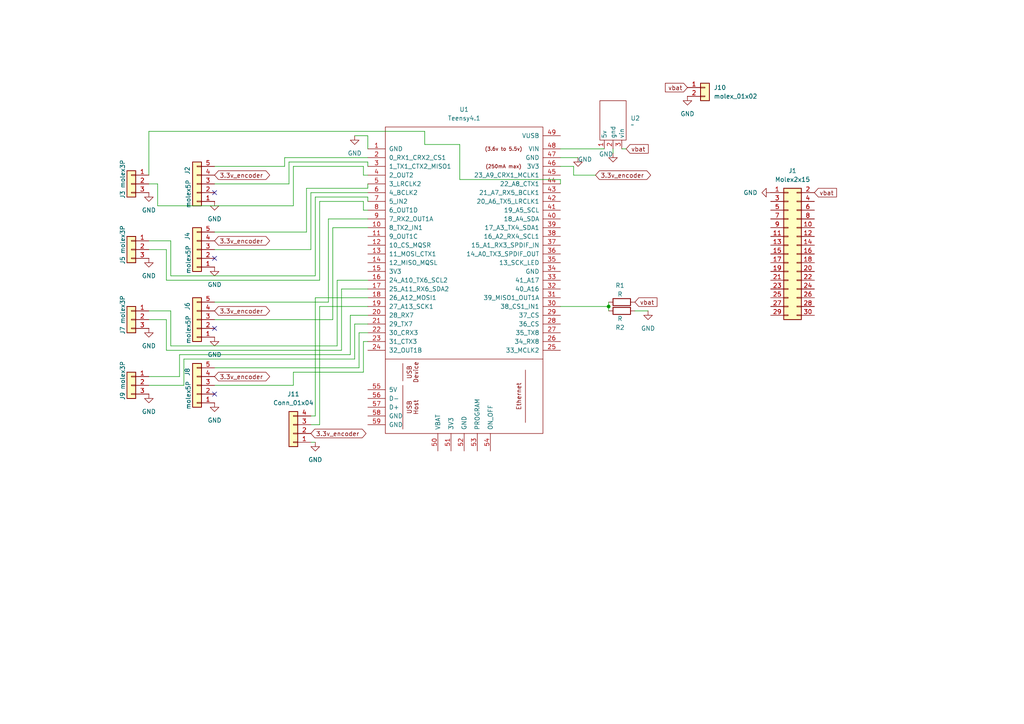
<source format=kicad_sch>
(kicad_sch (version 20231120) (generator "eeschema") (generator_version "8.0")
  (paper "A4")
  (lib_symbols
    (symbol "Connector_Generic:Conn_01x03" (pin_names (offset 1.016) hide)
      (property "Reference" "J" (at 0 5.08 0))
      (property "Value" "Conn_01x03" (at 0 -5.08 0))
      (symbol "Conn_01x03_1_1"
        (rectangle (start -1.27 -2.413) (end 0 -2.667) (stroke (width 0.1524)))
        (rectangle (start -1.27 0.127) (end 0 -0.127) (stroke (width 0.1524)))
        (rectangle (start -1.27 2.667) (end 0 2.413) (stroke (width 0.1524)))
        (rectangle (start -1.27 3.81) (end 1.27 -3.81) (stroke (width 0.254)) (fill (type background)))
        (pin passive line (at -5.08 2.54 0) (length 3.81) (name "Pin_1") (number "1"))
        (pin passive line (at -5.08 0 0) (length 3.81) (name "Pin_2") (number "2"))
        (pin passive line (at -5.08 -2.54 0) (length 3.81) (name "Pin_3") (number "3"))
      )
    )
    (symbol "Connector_Generic:Conn_01x04" (pin_names (offset 1.016) hide)
      (property "Reference" "J" (at 0 5.08 0))
      (property "Value" "Conn_01x04" (at 0 -7.62 0))
      (symbol "Conn_01x04_1_1"
        (rectangle (start -1.27 -4.953) (end 0 -5.207) (stroke (width 0.1524)))
        (rectangle (start -1.27 -2.413) (end 0 -2.667) (stroke (width 0.1524)))
        (rectangle (start -1.27 0.127) (end 0 -0.127) (stroke (width 0.1524)))
        (rectangle (start -1.27 2.667) (end 0 2.413) (stroke (width 0.1524)))
        (rectangle (start -1.27 3.81) (end 1.27 -6.35) (stroke (width 0.254)) (fill (type background)))
        (pin passive line (at -5.08 2.54 0) (length 3.81) (name "Pin_1") (number "1"))
        (pin passive line (at -5.08 0 0) (length 3.81) (name "Pin_2") (number "2"))
        (pin passive line (at -5.08 -2.54 0) (length 3.81) (name "Pin_3") (number "3"))
        (pin passive line (at -5.08 -5.08 0) (length 3.81) (name "Pin_4") (number "4"))
      )
    )
    (symbol "Connector_Generic:Conn_01x05" (pin_names (offset 1.016) hide)
      (property "Reference" "J" (at 0 7.62 0))
      (property "Value" "Conn_01x05" (at 0 -7.62 0))
      (symbol "Conn_01x05_1_1"
        (rectangle (start -1.27 -4.953) (end 0 -5.207) (stroke (width 0.1524)))
        (rectangle (start -1.27 -2.413) (end 0 -2.667) (stroke (width 0.1524)))
        (rectangle (start -1.27 0.127) (end 0 -0.127) (stroke (width 0.1524)))
        (rectangle (start -1.27 2.667) (end 0 2.413) (stroke (width 0.1524)))
        (rectangle (start -1.27 5.207) (end 0 4.953) (stroke (width 0.1524)))
        (rectangle (start -1.27 6.35) (end 1.27 -6.35) (stroke (width 0.254)) (fill (type background)))
        (pin passive line (at -5.08 5.08 0) (length 3.81) (name "Pin_1") (number "1"))
        (pin passive line (at -5.08 2.54 0) (length 3.81) (name "Pin_2") (number "2"))
        (pin passive line (at -5.08 0 0) (length 3.81) (name "Pin_3") (number "3"))
        (pin passive line (at -5.08 -2.54 0) (length 3.81) (name "Pin_4") (number "4"))
        (pin passive line (at -5.08 -5.08 0) (length 3.81) (name "Pin_5") (number "5"))
      )
    )
    (symbol "Device:R" (pin_numbers hide) (pin_names (offset 0))
      (property "Reference" "R" (at 2.032 0 90))
      (property "Value" "R" (at 0 0 90))
      (symbol "R_0_1"
        (rectangle (start -1.016 -2.54) (end 1.016 2.54) (stroke (width 0.254)))
      )
      (symbol "R_1_1"
        (pin passive line (at 0 3.81 270) (length 1.27) (name "~") (number "1"))
        (pin passive line (at 0 -3.81 90) (length 1.27) (name "~") (number "2"))
      )
    )
    (symbol "power:GND" (power) (pin_numbers hide) (pin_names (offset 0) hide)
      (property "Value" "GND" (at 0 -3.81 0))
      (symbol "GND_0_1"
        (polyline (pts (xy 0 0) (xy 0 -1.27) (xy 1.27 -1.27) (xy 0 -2.54) (xy -1.27 -1.27) (xy 0 -1.27)))
      )
      (symbol "GND_1_1"
        (pin power_in line (at 0 0 270) (length 0) (name "~") (number "1"))
      )
    )
    (symbol "projlib:Teensy4.1" (pin_names (offset 1.016))
      (property "Reference" "U" (at 0 64.77 0))
      (property "Value" "Teensy4.1" (at 0 62.23 0))
      (symbol "Teensy4.1_0_0"
        (polyline (pts (xy -22.86 -6.35) (xy 22.86 -6.35)))
        (polyline (pts (xy -17.78 -26.67) (xy -17.78 -13.97)))
        (polyline (pts (xy -17.78 -7.62) (xy -17.78 -12.7)))
        (polyline (pts (xy 17.78 -9.525) (xy 17.78 -24.765)))
        (text "(250mA max)" (at 11.43 49.53 0) (effects (font (size 1.016 1.016))))
        (text "(3.6v to 5.5v)" (at 11.43 54.61 0) (effects (font (size 1.016 1.016))))
        (text "Device" (at -13.97 -10.16 900) (effects (font (size 1.27 1.27))))
        (text "Ethernet" (at 15.875 -17.145 900) (effects (font (size 1.27 1.27))))
        (text "Host" (at -13.97 -20.32 900) (effects (font (size 1.27 1.27))))
        (text "USB" (at -15.875 -20.32 900) (effects (font (size 1.27 1.27))))
        (text "USB" (at -15.875 -10.16 900) (effects (font (size 1.27 1.27))))
        (pin bidirectional line (at -27.94 31.75 0) (length 5.08) (name "8_TX2_IN1") (number "10"))
        (pin bidirectional line (at -27.94 29.21 0) (length 5.08) (name "9_OUT1C") (number "11"))
        (pin bidirectional line (at -27.94 26.67 0) (length 5.08) (name "10_CS_MQSR") (number "12"))
        (pin bidirectional line (at -27.94 24.13 0) (length 5.08) (name "11_MOSI_CTX1") (number "13"))
        (pin bidirectional line (at -27.94 21.59 0) (length 5.08) (name "12_MISO_MQSL") (number "14"))
        (pin power_in line (at -27.94 19.05 0) (length 5.08) (name "3V3") (number "15"))
        (pin bidirectional line (at -27.94 16.51 0) (length 5.08) (name "24_A10_TX6_SCL2") (number "16"))
        (pin bidirectional line (at -27.94 13.97 0) (length 5.08) (name "25_A11_RX6_SDA2") (number "17"))
        (pin bidirectional line (at -27.94 11.43 0) (length 5.08) (name "26_A12_MOSI1") (number "18"))
        (pin bidirectional line (at -27.94 8.89 0) (length 5.08) (name "27_A13_SCK1") (number "19"))
        (pin bidirectional line (at -27.94 6.35 0) (length 5.08) (name "28_RX7") (number "20"))
        (pin bidirectional line (at -27.94 3.81 0) (length 5.08) (name "29_TX7") (number "21"))
        (pin bidirectional line (at -27.94 1.27 0) (length 5.08) (name "30_CRX3") (number "22"))
        (pin bidirectional line (at -27.94 -1.27 0) (length 5.08) (name "31_CTX3") (number "23"))
        (pin bidirectional line (at -27.94 -3.81 0) (length 5.08) (name "32_OUT1B") (number "24"))
        (pin bidirectional line (at 27.94 -3.81 180) (length 5.08) (name "33_MCLK2") (number "25"))
        (pin bidirectional line (at 27.94 -1.27 180) (length 5.08) (name "34_RX8") (number "26"))
        (pin bidirectional line (at 27.94 1.27 180) (length 5.08) (name "35_TX8") (number "27"))
        (pin bidirectional line (at 27.94 3.81 180) (length 5.08) (name "36_CS") (number "28"))
        (pin bidirectional line (at 27.94 6.35 180) (length 5.08) (name "37_CS") (number "29"))
        (pin bidirectional line (at 27.94 8.89 180) (length 5.08) (name "38_CS1_IN1") (number "30"))
        (pin bidirectional line (at 27.94 11.43 180) (length 5.08) (name "39_MISO1_OUT1A") (number "31"))
        (pin bidirectional line (at 27.94 13.97 180) (length 5.08) (name "40_A16") (number "32"))
        (pin bidirectional line (at 27.94 16.51 180) (length 5.08) (name "41_A17") (number "33"))
        (pin bidirectional line (at 27.94 21.59 180) (length 5.08) (name "13_SCK_LED") (number "35"))
        (pin bidirectional line (at 27.94 24.13 180) (length 5.08) (name "14_A0_TX3_SPDIF_OUT") (number "36"))
        (pin bidirectional line (at 27.94 26.67 180) (length 5.08) (name "15_A1_RX3_SPDIF_IN") (number "37"))
        (pin bidirectional line (at 27.94 29.21 180) (length 5.08) (name "16_A2_RX4_SCL1") (number "38"))
        (pin bidirectional line (at 27.94 31.75 180) (length 5.08) (name "17_A3_TX4_SDA1") (number "39"))
        (pin bidirectional line (at 27.94 34.29 180) (length 5.08) (name "18_A4_SDA") (number "40"))
        (pin bidirectional line (at 27.94 36.83 180) (length 5.08) (name "19_A5_SCL") (number "41"))
        (pin bidirectional line (at 27.94 39.37 180) (length 5.08) (name "20_A6_TX5_LRCLK1") (number "42"))
        (pin bidirectional line (at 27.94 41.91 180) (length 5.08) (name "21_A7_RX5_BCLK1") (number "43"))
        (pin bidirectional line (at 27.94 44.45 180) (length 5.08) (name "22_A8_CTX1") (number "44"))
        (pin bidirectional line (at 27.94 46.99 180) (length 5.08) (name "23_A9_CRX1_MCLK1") (number "45"))
        (pin output line (at 27.94 49.53 180) (length 5.08) (name "3V3") (number "46"))
        (pin output line (at 27.94 52.07 180) (length 5.08) (name "GND") (number "47"))
        (pin power_in line (at 27.94 54.61 180) (length 5.08) (name "VIN") (number "48"))
        (pin power_out line (at 27.94 58.42 180) (length 5.08) (name "VUSB") (number "49"))
        (pin bidirectional line (at -27.94 44.45 0) (length 5.08) (name "3_LRCLK2") (number "5"))
        (pin power_in line (at -7.62 -33.02 90) (length 5.08) (name "VBAT") (number "50"))
        (pin power_in line (at -3.81 -33.02 90) (length 5.08) (name "3V3") (number "51"))
        (pin input line (at 0 -33.02 90) (length 5.08) (name "GND") (number "52"))
        (pin input line (at 3.81 -33.02 90) (length 5.08) (name "PROGRAM") (number "53"))
        (pin input line (at 7.62 -33.02 90) (length 5.08) (name "ON_OFF") (number "54"))
        (pin power_out line (at -27.94 -15.24 0) (length 5.08) (name "5V") (number "55"))
        (pin bidirectional line (at -27.94 -17.78 0) (length 5.08) (name "D-") (number "56"))
        (pin bidirectional line (at -27.94 -20.32 0) (length 5.08) (name "D+") (number "57"))
        (pin power_in line (at -27.94 -22.86 0) (length 5.08) (name "GND") (number "58"))
        (pin power_in line (at -27.94 -25.4 0) (length 5.08) (name "GND") (number "59"))
        (pin bidirectional line (at -27.94 41.91 0) (length 5.08) (name "4_BCLK2") (number "6"))
        (pin bidirectional line (at -27.94 39.37 0) (length 5.08) (name "5_IN2") (number "7"))
        (pin bidirectional line (at -27.94 36.83 0) (length 5.08) (name "6_OUT1D") (number "8"))
        (pin bidirectional line (at -27.94 34.29 0) (length 5.08) (name "7_RX2_OUT1A") (number "9"))
      )
      (symbol "Teensy4.1_0_1"
        (rectangle (start -22.86 60.96) (end 22.86 -27.94))
        (rectangle (start -20.32 -1.27) (end -20.32 -1.27))
      )
      (symbol "Teensy4.1_1_1"
        (pin power_in line (at -27.94 54.61 0) (length 5.08) (name "GND") (number "1"))
        (pin bidirectional line (at -27.94 52.07 0) (length 5.08) (name "0_RX1_CRX2_CS1") (number "2"))
        (pin bidirectional line (at -27.94 49.53 0) (length 5.08) (name "1_TX1_CTX2_MISO1") (number "3"))
        (pin power_in line (at 27.94 19.05 180) (length 5.08) (name "GND") (number "34"))
        (pin bidirectional line (at -27.94 46.99 0) (length 5.08) (name "2_OUT2") (number "4"))
      )
    )
    (symbol "projlib:molex_01x02" (pin_names (offset 1.016) hide)
      (property "Reference" "J" (at 0 2.54 0))
      (property "Value" "molex_01x02" (at 0 -5.08 0))
      (symbol "molex_01x02_1_1"
        (rectangle (start -1.27 -2.413) (end 0 -2.667) (stroke (width 0.1524)))
        (rectangle (start -1.27 0.127) (end 0 -0.127) (stroke (width 0.1524)))
        (rectangle (start -1.27 1.27) (end 1.27 -3.81) (stroke (width 0.254)) (fill (type background)))
        (pin passive line (at -5.08 0 0) (length 3.81) (name "Pin_1") (number "1"))
        (pin passive line (at -5.08 -2.54 0) (length 3.81) (name "Pin_2") (number "2"))
      )
    )
    (symbol "projlib:molex_02x15_Odd_Even" (pin_names (offset 1.016) hide)
      (property "Reference" "J" (at 1.27 20.32 0))
      (property "Value" "Molex2x15" (at 1.27 -20.32 0))
      (symbol "molex_02x15_Odd_Even_1_1"
        (rectangle (start -1.27 -17.653) (end 0 -17.907) (stroke (width 0.1524)))
        (rectangle (start -1.27 -15.113) (end 0 -15.367) (stroke (width 0.1524)))
        (rectangle (start -1.27 -12.573) (end 0 -12.827) (stroke (width 0.1524)))
        (rectangle (start -1.27 -10.033) (end 0 -10.287) (stroke (width 0.1524)))
        (rectangle (start -1.27 -7.493) (end 0 -7.747) (stroke (width 0.1524)))
        (rectangle (start -1.27 -4.953) (end 0 -5.207) (stroke (width 0.1524)))
        (rectangle (start -1.27 -2.413) (end 0 -2.667) (stroke (width 0.1524)))
        (rectangle (start -1.27 0.127) (end 0 -0.127) (stroke (width 0.1524)))
        (rectangle (start -1.27 2.667) (end 0 2.413) (stroke (width 0.1524)))
        (rectangle (start -1.27 5.207) (end 0 4.953) (stroke (width 0.1524)))
        (rectangle (start -1.27 7.747) (end 0 7.493) (stroke (width 0.1524)))
        (rectangle (start -1.27 10.287) (end 0 10.033) (stroke (width 0.1524)))
        (rectangle (start -1.27 12.827) (end 0 12.573) (stroke (width 0.1524)))
        (rectangle (start -1.27 15.367) (end 0 15.113) (stroke (width 0.1524)))
        (rectangle (start -1.27 17.907) (end 0 17.653) (stroke (width 0.1524)))
        (rectangle (start -1.27 19.05) (end 3.81 -19.05) (stroke (width 0.254)) (fill (type background)))
        (rectangle (start 3.81 -17.653) (end 2.54 -17.907) (stroke (width 0.1524)))
        (rectangle (start 3.81 -15.113) (end 2.54 -15.367) (stroke (width 0.1524)))
        (rectangle (start 3.81 -12.573) (end 2.54 -12.827) (stroke (width 0.1524)))
        (rectangle (start 3.81 -10.033) (end 2.54 -10.287) (stroke (width 0.1524)))
        (rectangle (start 3.81 -7.493) (end 2.54 -7.747) (stroke (width 0.1524)))
        (rectangle (start 3.81 -4.953) (end 2.54 -5.207) (stroke (width 0.1524)))
        (rectangle (start 3.81 -2.413) (end 2.54 -2.667) (stroke (width 0.1524)))
        (rectangle (start 3.81 0.127) (end 2.54 -0.127) (stroke (width 0.1524)))
        (rectangle (start 3.81 2.667) (end 2.54 2.413) (stroke (width 0.1524)))
        (rectangle (start 3.81 5.207) (end 2.54 4.953) (stroke (width 0.1524)))
        (rectangle (start 3.81 7.747) (end 2.54 7.493) (stroke (width 0.1524)))
        (rectangle (start 3.81 10.287) (end 2.54 10.033) (stroke (width 0.1524)))
        (rectangle (start 3.81 12.827) (end 2.54 12.573) (stroke (width 0.1524)))
        (rectangle (start 3.81 15.367) (end 2.54 15.113) (stroke (width 0.1524)))
        (rectangle (start 3.81 17.907) (end 2.54 17.653) (stroke (width 0.1524)))
        (pin passive line (at -5.08 17.78 0) (length 3.81) (name "Pin_1") (number "1"))
        (pin passive line (at 7.62 7.62 180) (length 3.81) (name "Pin_10") (number "10"))
        (pin passive line (at -5.08 5.08 0) (length 3.81) (name "Pin_11") (number "11"))
        (pin passive line (at 7.62 5.08 180) (length 3.81) (name "Pin_12") (number "12"))
        (pin passive line (at -5.08 2.54 0) (length 3.81) (name "Pin_13") (number "13"))
        (pin passive line (at 7.62 2.54 180) (length 3.81) (name "Pin_14") (number "14"))
        (pin passive line (at -5.08 0 0) (length 3.81) (name "Pin_15") (number "15"))
        (pin passive line (at 7.62 0 180) (length 3.81) (name "Pin_16") (number "16"))
        (pin passive line (at -5.08 -2.54 0) (length 3.81) (name "Pin_17") (number "17"))
        (pin passive line (at 7.62 -2.54 180) (length 3.81) (name "Pin_18") (number "18"))
        (pin passive line (at -5.08 -5.08 0) (length 3.81) (name "Pin_19") (number "19"))
        (pin passive line (at 7.62 17.78 180) (length 3.81) (name "Pin_2") (number "2"))
        (pin passive line (at 7.62 -5.08 180) (length 3.81) (name "Pin_20") (number "20"))
        (pin passive line (at -5.08 -7.62 0) (length 3.81) (name "Pin_21") (number "21"))
        (pin passive line (at 7.62 -7.62 180) (length 3.81) (name "Pin_22") (number "22"))
        (pin passive line (at -5.08 -10.16 0) (length 3.81) (name "Pin_23") (number "23"))
        (pin passive line (at 7.62 -10.16 180) (length 3.81) (name "Pin_24") (number "24"))
        (pin passive line (at -5.08 -12.7 0) (length 3.81) (name "Pin_25") (number "25"))
        (pin passive line (at 7.62 -12.7 180) (length 3.81) (name "Pin_26") (number "26"))
        (pin passive line (at -5.08 -15.24 0) (length 3.81) (name "Pin_27") (number "27"))
        (pin passive line (at 7.62 -15.24 180) (length 3.81) (name "Pin_28") (number "28"))
        (pin passive line (at -5.08 -17.78 0) (length 3.81) (name "Pin_29") (number "29"))
        (pin passive line (at -5.08 15.24 0) (length 3.81) (name "Pin_3") (number "3"))
        (pin passive line (at 7.62 -17.78 180) (length 3.81) (name "Pin_30") (number "30"))
        (pin passive line (at 7.62 15.24 180) (length 3.81) (name "Pin_4") (number "4"))
        (pin passive line (at -5.08 12.7 0) (length 3.81) (name "Pin_5") (number "5"))
        (pin passive line (at 7.62 12.7 180) (length 3.81) (name "Pin_6") (number "6"))
        (pin passive line (at -5.08 10.16 0) (length 3.81) (name "Pin_7") (number "7"))
        (pin passive line (at 7.62 10.16 180) (length 3.81) (name "Pin_8") (number "8"))
        (pin passive line (at -5.08 7.62 0) (length 3.81) (name "Pin_9") (number "9"))
      )
    )
    (symbol "projlib:pololu4085 5v"
      (property "Reference" "U" (at 0 0 0))
      (symbol "pololu4085 5v_0_1"
        (rectangle (start -3.81 5.08) (end 3.81 -6.35))
      )
      (symbol "pololu4085 5v_1_1"
        (pin input line (at -2.54 -8.89 90) (length 2.54) (name "5v") (number "1"))
        (pin input line (at 0 -8.89 90) (length 2.54) (name "gnd") (number "2"))
        (pin input line (at 2.54 -8.89 90) (length 2.54) (name "vin") (number "3"))
      )
    )
  )
  (junction (at 176.53 88.9))
  (no_connect (at 62.23 55.88))
  (no_connect (at 62.23 74.93))
  (no_connect (at 62.23 114.3))
  (no_connect (at 62.23 95.25))
  (wire (pts (xy 181.61 43.18) (xy 180.34 43.18)))
  (wire (pts (xy 91.44 128.27) (xy 90.17 128.27)))
  (wire (pts (xy 106.68 63.5) (xy 95.25 63.5)))
  (wire (pts (xy 43.18 92.71) (xy 48.26 92.71)))
  (wire (pts (xy 97.79 81.28) (xy 97.79 100.33)))
  (wire (pts (xy 52.07 102.87) (xy 52.07 109.22)))
  (wire (pts (xy 88.9 67.31) (xy 62.23 67.31)))
  (wire (pts (xy 166.37 50.8) (xy 172.72 50.8)))
  (wire (pts (xy 90.17 123.19) (xy 92.71 123.19)))
  (wire (pts (xy 162.56 43.18) (xy 175.26 43.18)))
  (wire (pts (xy 85.09 59.69) (xy 45.72 59.69)))
  (wire (pts (xy 48.26 81.28) (xy 92.71 81.28)))
  (wire (pts (xy 85.09 59.69) (xy 85.09 48.26)))
  (wire (pts (xy 106.68 55.88) (xy 90.17 55.88)))
  (wire (pts (xy 95.25 63.5) (xy 95.25 87.63)))
  (wire (pts (xy 91.44 57.15) (xy 106.68 57.15)))
  (wire (pts (xy 162.56 53.34) (xy 162.56 52.07)))
  (wire (pts (xy 85.09 48.26) (xy 105.41 48.26)))
  (wire (pts (xy 49.53 80.01) (xy 49.53 69.85)))
  (wire (pts (xy 105.41 107.95) (xy 85.09 107.95)))
  (wire (pts (xy 106.68 91.44) (xy 101.6 91.44)))
  (wire (pts (xy 105.41 48.26) (xy 105.41 50.8)))
  (wire (pts (xy 106.68 54.61) (xy 88.9 54.61)))
  (wire (pts (xy 43.18 38.1) (xy 43.18 50.8)))
  (wire (pts (xy 177.8 44.45) (xy 177.8 43.18)))
  (wire (pts (xy 62.23 106.68) (xy 104.14 106.68)))
  (wire (pts (xy 102.87 104.14) (xy 102.87 93.98)))
  (wire (pts (xy 99.06 101.6) (xy 99.06 83.82)))
  (wire (pts (xy 90.17 72.39) (xy 62.23 72.39)))
  (wire (pts (xy 52.07 109.22) (xy 43.18 109.22)))
  (wire (pts (xy 104.14 96.52) (xy 106.68 96.52)))
  (wire (pts (xy 104.14 106.68) (xy 104.14 96.52)))
  (wire (pts (xy 105.41 60.96) (xy 106.68 60.96)))
  (wire (pts (xy 85.09 111.76) (xy 62.23 111.76)))
  (wire (pts (xy 176.53 87.63) (xy 176.53 88.9)))
  (wire (pts (xy 106.68 86.36) (xy 91.44 86.36)))
  (wire (pts (xy 106.68 57.15) (xy 106.68 58.42)))
  (wire (pts (xy 133.35 41.91) (xy 123.19 41.91)))
  (wire (pts (xy 123.19 41.91) (xy 123.19 38.1)))
  (wire (pts (xy 45.72 53.34) (xy 43.18 53.34)))
  (wire (pts (xy 53.34 111.76) (xy 53.34 104.14)))
  (wire (pts (xy 48.26 92.71) (xy 48.26 101.6)))
  (wire (pts (xy 91.44 57.15) (xy 91.44 80.01)))
  (wire (pts (xy 91.44 80.01) (xy 49.53 80.01)))
  (wire (pts (xy 162.56 48.26) (xy 166.37 48.26)))
  (wire (pts (xy 43.18 72.39) (xy 48.26 72.39)))
  (wire (pts (xy 49.53 90.17) (xy 43.18 90.17)))
  (wire (pts (xy 105.41 99.06) (xy 105.41 107.95)))
  (wire (pts (xy 49.53 100.33) (xy 49.53 90.17)))
  (wire (pts (xy 49.53 69.85) (xy 43.18 69.85)))
  (wire (pts (xy 88.9 54.61) (xy 88.9 67.31)))
  (wire (pts (xy 91.44 86.36) (xy 91.44 120.65)))
  (wire (pts (xy 92.71 58.42) (xy 105.41 58.42)))
  (wire (pts (xy 101.6 102.87) (xy 52.07 102.87)))
  (wire (pts (xy 95.25 87.63) (xy 62.23 87.63)))
  (wire (pts (xy 102.87 93.98) (xy 106.68 93.98)))
  (wire (pts (xy 106.68 46.99) (xy 106.68 48.26)))
  (wire (pts (xy 82.55 45.72) (xy 82.55 48.26)))
  (wire (pts (xy 83.82 46.99) (xy 106.68 46.99)))
  (wire (pts (xy 85.09 107.95) (xy 85.09 111.76)))
  (wire (pts (xy 53.34 104.14) (xy 102.87 104.14)))
  (wire (pts (xy 96.52 66.04) (xy 106.68 66.04)))
  (wire (pts (xy 45.72 59.69) (xy 45.72 53.34)))
  (wire (pts (xy 106.68 88.9) (xy 92.71 88.9)))
  (wire (pts (xy 166.37 48.26) (xy 166.37 50.8)))
  (wire (pts (xy 99.06 83.82) (xy 106.68 83.82)))
  (wire (pts (xy 62.23 92.71) (xy 96.52 92.71)))
  (wire (pts (xy 106.68 99.06) (xy 105.41 99.06)))
  (wire (pts (xy 106.68 39.37) (xy 102.87 39.37)))
  (wire (pts (xy 106.68 45.72) (xy 82.55 45.72)))
  (wire (pts (xy 91.44 120.65) (xy 90.17 120.65)))
  (wire (pts (xy 123.19 38.1) (xy 43.18 38.1)))
  (wire (pts (xy 106.68 54.61) (xy 106.68 53.34)))
  (wire (pts (xy 176.53 88.9) (xy 176.53 90.17)))
  (wire (pts (xy 48.26 101.6) (xy 99.06 101.6)))
  (wire (pts (xy 105.41 50.8) (xy 106.68 50.8)))
  (wire (pts (xy 97.79 100.33) (xy 49.53 100.33)))
  (wire (pts (xy 90.17 55.88) (xy 90.17 72.39)))
  (wire (pts (xy 97.79 81.28) (xy 106.68 81.28)))
  (wire (pts (xy 92.71 81.28) (xy 92.71 58.42)))
  (wire (pts (xy 96.52 92.71) (xy 96.52 66.04)))
  (wire (pts (xy 105.41 58.42) (xy 105.41 60.96)))
  (wire (pts (xy 83.82 53.34) (xy 83.82 46.99)))
  (wire (pts (xy 106.68 43.18) (xy 106.68 39.37)))
  (wire (pts (xy 43.18 111.76) (xy 53.34 111.76)))
  (wire (pts (xy 133.35 52.07) (xy 133.35 41.91)))
  (wire (pts (xy 82.55 48.26) (xy 62.23 48.26)))
  (wire (pts (xy 162.56 88.9) (xy 176.53 88.9)))
  (wire (pts (xy 48.26 72.39) (xy 48.26 81.28)))
  (wire (pts (xy 92.71 88.9) (xy 92.71 123.19)))
  (wire (pts (xy 162.56 52.07) (xy 133.35 52.07)))
  (wire (pts (xy 101.6 91.44) (xy 101.6 102.87)))
  (wire (pts (xy 162.56 45.72) (xy 167.64 45.72)))
  (wire (pts (xy 62.23 53.34) (xy 83.82 53.34)))
  (wire (pts (xy 187.96 90.17) (xy 184.15 90.17)))
  (global_label "3.3v_encoder" (shape bidirectional) (at 62.23 90.17 0) (property "Intersheetrefs" "${INTERSHEET_REFS}" (effects (hide yes))))
  (global_label "3.3v_encoder" (shape bidirectional) (at 172.72 50.8 0) (property "Intersheetrefs" "${INTERSHEET_REFS}" (effects (hide yes))))
  (global_label "vbat" (shape input) (at 184.15 87.63 0) (property "Intersheetrefs" "${INTERSHEET_REFS}" (effects (hide yes))))
  (global_label "vbat" (shape input) (at 236.22 55.88 0) (property "Intersheetrefs" "${INTERSHEET_REFS}" (effects (hide yes))))
  (global_label "3.3v_encoder" (shape bidirectional) (at 62.23 50.8 0) (property "Intersheetrefs" "${INTERSHEET_REFS}" (effects (hide yes))))
  (global_label "3.3v_encoder" (shape bidirectional) (at 62.23 109.22 0) (property "Intersheetrefs" "${INTERSHEET_REFS}" (effects (hide yes))))
  (global_label "vbat" (shape input) (at 181.61 43.18 0) (property "Intersheetrefs" "${INTERSHEET_REFS}" (effects (hide yes))))
  (global_label "vbat" (shape input) (at 199.39 25.4 180) (property "Intersheetrefs" "${INTERSHEET_REFS}" (effects (hide yes))))
  (global_label "3.3v_encoder" (shape bidirectional) (at 90.17 125.73 0) (property "Intersheetrefs" "${INTERSHEET_REFS}" (effects (hide yes))))
  (global_label "3.3v_encoder" (shape bidirectional) (at 62.23 69.85 0) (property "Intersheetrefs" "${INTERSHEET_REFS}" (effects (hide yes))))
  (symbol (lib_id "power:GND") (at 43.18 55.88 0) (unit 1)
    (property "Reference" "#PWR05" (effects (hide yes)))
    (property "Value" "GND" (at 43.18 60.96 0))
    (property "Description" "Power symbol creates a global label with name \"GND\" , ground" (effects (hide yes)))
  )
  (symbol (lib_id "projlib:Teensy4.1") (at 134.62 97.79 0) (unit 1)
    (property "Reference" "U1" (at 134.62 31.75 0))
    (property "Value" "Teensy4.1" (at 134.62 34.29 0))
    (property "Footprint" "projlib:Teensy41" (effects (hide yes)))
    (property "Datasheet" "https://www.pjrc.com/store/teensy41.html" (effects (hide yes)))
  )
  (symbol (lib_id "power:GND") (at 62.23 77.47 0) (unit 1)
    (property "Reference" "#PWR01" (effects (hide yes)))
    (property "Value" "GND" (at 62.23 82.55 0))
    (property "Description" "Power symbol creates a global label with name \"GND\" , ground" (effects (hide yes)))
  )
  (symbol (lib_id "power:GND") (at 177.8 44.45 0) (unit 1)
    (property "Reference" "#PWR014" (effects (hide yes)))
    (property "Value" "GND" (at 175.768 44.704 0))
    (property "Description" "Power symbol creates a global label with name \"GND\" , ground" (effects (hide yes)))
  )
  (symbol (lib_id "Connector_Generic:Conn_01x05") (at 57.15 53.34 180) (unit 1)
    (property "Reference" "J2" (at 54.356 48.26 90) (effects (justify left)))
    (property "Value" "molex5P" (at 54.61 52.0701 90) (effects (justify left)))
    (property "Footprint" "projlib:Molex_SL_171971-0005_1x05_P2.54mm_Vertical" (effects (hide yes)))
    (property "Description" "Generic connector, single row, 01x05, script generated (kicad-library-utils/schlib/autogen/connector/)" (effects (hide yes)))
  )
  (symbol (lib_id "projlib:molex_01x02") (at 204.47 25.4 0) (unit 1)
    (property "Reference" "J10" (at 207.01 25.3999 0) (effects (justify left)))
    (property "Value" "molex_01x02" (at 207.01 27.9399 0) (effects (justify left)))
    (property "Footprint" "projlib:Molex_SL_171971-0002_1x02_P2.54mm_Vertical" (effects (hide yes)))
    (property "Description" "Generic connector, single row, 01x02, script generated (kicad-library-utils/schlib/autogen/connector/)" (effects (hide yes)))
  )
  (symbol (lib_id "Connector_Generic:Conn_01x05") (at 57.15 72.39 180) (unit 1)
    (property "Reference" "J4" (at 54.356 67.31 90) (effects (justify left)))
    (property "Value" "molex5P" (at 54.61 71.1201 90) (effects (justify left)))
    (property "Footprint" "projlib:Molex_SL_171971-0005_1x05_P2.54mm_Vertical" (effects (hide yes)))
    (property "Description" "Generic connector, single row, 01x05, script generated (kicad-library-utils/schlib/autogen/connector/)" (effects (hide yes)))
  )
  (symbol (lib_id "Connector_Generic:Conn_01x04") (at 85.09 125.73 180) (unit 1)
    (property "Reference" "J11" (at 85.09 114.3 0))
    (property "Value" "Conn_01x04" (at 85.09 116.84 0))
    (property "Footprint" "projlib:Molex_SL_171971-0004_1x04_P2.54mm_Vertical" (effects (hide yes)))
    (property "Description" "Generic connector, single row, 01x04, script generated (kicad-library-utils/schlib/autogen/connector/)" (effects (hide yes)))
  )
  (symbol (lib_id "projlib:pololu4085 5v") (at 177.8 34.29 0) (unit 1)
    (property "Reference" "U2" (at 182.88 34.2899 0) (effects (justify left)))
    (property "Value" "~" (at 182.88 36.195 0) (effects (justify left)))
    (property "Footprint" "projlib:pololu4085" (effects (hide yes)))
  )
  (symbol (lib_id "Connector_Generic:Conn_01x05") (at 57.15 92.71 180) (unit 1)
    (property "Reference" "J6" (at 54.356 87.63 90) (effects (justify left)))
    (property "Value" "molex5P" (at 54.61 91.4401 90) (effects (justify left)))
    (property "Footprint" "projlib:Molex_SL_171971-0005_1x05_P2.54mm_Vertical" (effects (hide yes)))
    (property "Description" "Generic connector, single row, 01x05, script generated (kicad-library-utils/schlib/autogen/connector/)" (effects (hide yes)))
  )
  (symbol (lib_id "Device:R") (at 180.34 87.63 270) (mirror x) (unit 1)
    (property "Reference" "R1" (at 179.832 82.804 90))
    (property "Value" "R" (at 179.832 85.344 90))
    (property "Footprint" "Resistor_THT:R_Axial_DIN0204_L3.6mm_D1.6mm_P5.08mm_Horizontal" (effects (hide yes)))
    (property "Description" "Resistor" (effects (hide yes)))
  )
  (symbol (lib_id "power:GND") (at 167.64 45.72 0) (unit 1)
    (property "Reference" "#PWR010" (effects (hide yes)))
    (property "Value" "GND" (at 169.672 46.228 0))
    (property "Description" "Power symbol creates a global label with name \"GND\" , ground" (effects (hide yes)))
  )
  (symbol (lib_id "power:GND") (at 199.39 27.94 0) (unit 1)
    (property "Reference" "#PWR011" (effects (hide yes)))
    (property "Value" "GND" (at 199.39 33.02 0))
    (property "Description" "Power symbol creates a global label with name \"GND\" , ground" (effects (hide yes)))
  )
  (symbol (lib_id "Device:R") (at 180.34 90.17 270) (unit 1)
    (property "Reference" "R2" (at 179.832 94.996 90))
    (property "Value" "R" (at 179.832 92.456 90))
    (property "Footprint" "Resistor_THT:R_Axial_DIN0204_L3.6mm_D1.6mm_P5.08mm_Horizontal" (effects (hide yes)))
    (property "Description" "Resistor" (effects (hide yes)))
  )
  (symbol (lib_id "power:GND") (at 223.52 55.88 270) (mirror x) (unit 1)
    (property "Reference" "#PWR013" (effects (hide yes)))
    (property "Value" "GND" (at 219.71 55.8799 90) (effects (justify right)))
    (property "Description" "Power symbol creates a global label with name \"GND\" , ground" (effects (hide yes)))
  )
  (symbol (lib_id "power:GND") (at 43.18 74.93 0) (unit 1)
    (property "Reference" "#PWR06" (effects (hide yes)))
    (property "Value" "GND" (at 43.18 80.01 0))
    (property "Description" "Power symbol creates a global label with name \"GND\" , ground" (effects (hide yes)))
  )
  (symbol (lib_id "power:GND") (at 43.18 114.3 0) (unit 1)
    (property "Reference" "#PWR08" (effects (hide yes)))
    (property "Value" "GND" (at 43.18 119.38 0))
    (property "Description" "Power symbol creates a global label with name \"GND\" , ground" (effects (hide yes)))
  )
  (symbol (lib_id "power:GND") (at 62.23 97.79 0) (unit 1)
    (property "Reference" "#PWR02" (effects (hide yes)))
    (property "Value" "GND" (at 62.23 102.87 0))
    (property "Description" "Power symbol creates a global label with name \"GND\" , ground" (effects (hide yes)))
  )
  (symbol (lib_id "Connector_Generic:Conn_01x03") (at 38.1 92.71 0) (mirror y) (unit 1)
    (property "Reference" "J7" (at 35.56 97.028 90) (effects (justify left)))
    (property "Value" "molex3P" (at 35.56 93.9799 90) (effects (justify left)))
    (property "Footprint" "projlib:Molex_SL_171971-0003_1x03_P2.54mm_Vertical" (effects (hide yes)))
    (property "Description" "Generic connector, single row, 01x03, script generated (kicad-library-utils/schlib/autogen/connector/)" (effects (hide yes)))
  )
  (symbol (lib_id "Connector_Generic:Conn_01x03") (at 38.1 53.34 0) (mirror y) (unit 1)
    (property "Reference" "J3" (at 35.56 57.658 90) (effects (justify left)))
    (property "Value" "molex3P" (at 35.56 54.6099 90) (effects (justify left)))
    (property "Footprint" "projlib:Molex_SL_171971-0003_1x03_P2.54mm_Vertical" (effects (hide yes)))
    (property "Description" "Generic connector, single row, 01x03, script generated (kicad-library-utils/schlib/autogen/connector/)" (effects (hide yes)))
  )
  (symbol (lib_id "power:GND") (at 102.87 39.37 0) (unit 1)
    (property "Reference" "#PWR09" (effects (hide yes)))
    (property "Value" "GND" (at 102.87 44.45 0))
    (property "Description" "Power symbol creates a global label with name \"GND\" , ground" (effects (hide yes)))
  )
  (symbol (lib_id "power:GND") (at 91.44 128.27 0) (unit 1)
    (property "Reference" "#PWR015" (effects (hide yes)))
    (property "Value" "GND" (at 91.44 133.35 0))
    (property "Description" "Power symbol creates a global label with name \"GND\" , ground" (effects (hide yes)))
  )
  (symbol (lib_id "power:GND") (at 187.96 90.17 0) (mirror y) (unit 1)
    (property "Reference" "#PWR012" (effects (hide yes)))
    (property "Value" "GND" (at 187.96 95.25 0))
    (property "Description" "Power symbol creates a global label with name \"GND\" , ground" (effects (hide yes)))
  )
  (symbol (lib_id "Connector_Generic:Conn_01x03") (at 38.1 72.39 0) (mirror y) (unit 1)
    (property "Reference" "J5" (at 35.56 76.708 90) (effects (justify left)))
    (property "Value" "molex3P" (at 35.56 73.6599 90) (effects (justify left)))
    (property "Footprint" "projlib:Molex_SL_171971-0003_1x03_P2.54mm_Vertical" (effects (hide yes)))
    (property "Description" "Generic connector, single row, 01x03, script generated (kicad-library-utils/schlib/autogen/connector/)" (effects (hide yes)))
  )
  (symbol (lib_id "projlib:molex_02x15_Odd_Even") (at 228.6 73.66 0) (unit 1)
    (property "Reference" "J1" (at 229.87 49.53 0))
    (property "Value" "Molex2x15" (at 229.87 52.07 0))
    (property "Footprint" "projlib:CON_702463001_MOL_molex2x15" (effects (hide yes)))
    (property "Description" "Generic connector, double row, 02x15, odd/even pin numbering scheme (row 1 odd numbers, row 2 even numbers), script generated (kicad-library-utils/schlib/autogen/connector/)" (effects (hide yes)))
  )
  (symbol (lib_id "power:GND") (at 43.18 95.25 0) (unit 1)
    (property "Reference" "#PWR07" (effects (hide yes)))
    (property "Value" "GND" (at 43.18 100.33 0))
    (property "Description" "Power symbol creates a global label with name \"GND\" , ground" (effects (hide yes)))
  )
  (symbol (lib_id "power:GND") (at 62.23 58.42 0) (unit 1)
    (property "Reference" "#PWR04" (effects (hide yes)))
    (property "Value" "GND" (at 62.23 63.5 0))
    (property "Description" "Power symbol creates a global label with name \"GND\" , ground" (effects (hide yes)))
  )
  (symbol (lib_id "Connector_Generic:Conn_01x05") (at 57.15 111.76 180) (unit 1)
    (property "Reference" "J8" (at 54.356 106.68 90) (effects (justify left)))
    (property "Value" "molex5P" (at 54.61 110.4901 90) (effects (justify left)))
    (property "Footprint" "projlib:Molex_SL_171971-0005_1x05_P2.54mm_Vertical" (effects (hide yes)))
    (property "Description" "Generic connector, single row, 01x05, script generated (kicad-library-utils/schlib/autogen/connector/)" (effects (hide yes)))
  )
  (symbol (lib_id "Connector_Generic:Conn_01x03") (at 38.1 111.76 0) (mirror y) (unit 1)
    (property "Reference" "J9" (at 35.56 116.078 90) (effects (justify left)))
    (property "Value" "molex3P" (at 35.56 113.0299 90) (effects (justify left)))
    (property "Footprint" "projlib:Molex_SL_171971-0003_1x03_P2.54mm_Vertical" (effects (hide yes)))
    (property "Description" "Generic connector, single row, 01x03, script generated (kicad-library-utils/schlib/autogen/connector/)" (effects (hide yes)))
  )
  (symbol (lib_id "power:GND") (at 62.23 116.84 0) (unit 1)
    (property "Reference" "#PWR03" (effects (hide yes)))
    (property "Value" "GND" (at 62.23 121.92 0))
    (property "Description" "Power symbol creates a global label with name \"GND\" , ground" (effects (hide yes)))
  )
)
</source>
